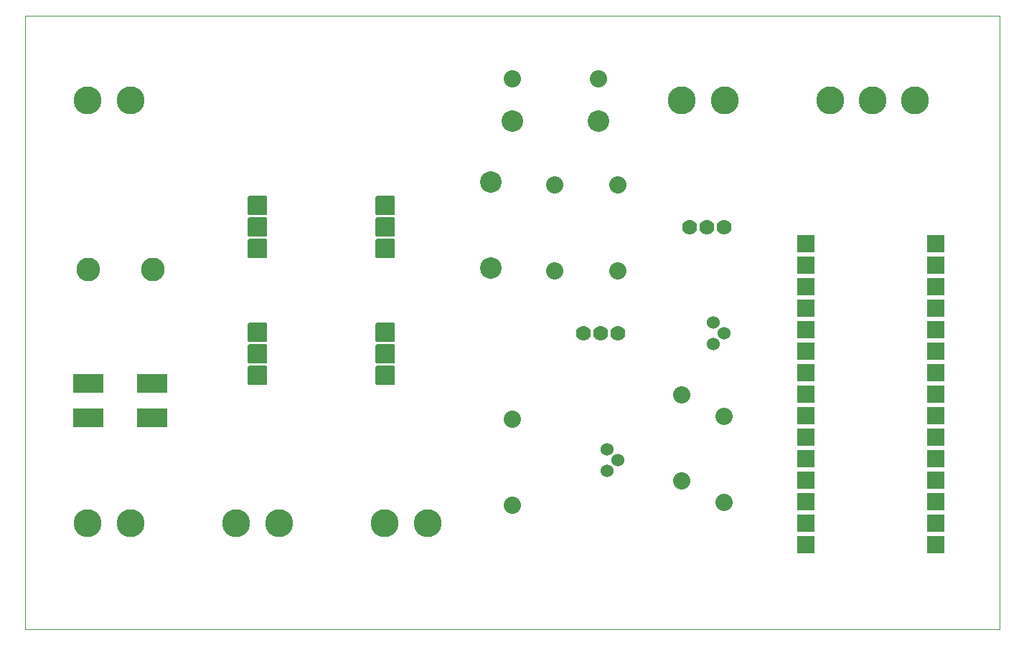
<source format=gbr>
G04 PROTEUS GERBER X2 FILE*
%TF.GenerationSoftware,Labcenter,Proteus,8.15-SP1-Build34318*%
%TF.CreationDate,2023-11-28T19:51:24+00:00*%
%TF.FileFunction,Soldermask,Top*%
%TF.FilePolarity,Negative*%
%TF.Part,Single*%
%TF.SameCoordinates,{4b54416f-b8ac-4c38-86d9-f2280a18938b}*%
%FSLAX45Y45*%
%MOMM*%
G01*
%TA.AperFunction,Material*%
%ADD23C,3.302000*%
%TA.AperFunction,Material*%
%ADD24C,2.032000*%
%TA.AperFunction,Material*%
%ADD25C,1.524000*%
%ADD26C,1.778000*%
%TA.AperFunction,Material*%
%ADD27C,2.540000*%
%AMPPAD020*
4,1,36,
1.143000,1.016000,
1.143000,-1.016000,
1.140470,-1.041970,
1.133200,-1.065980,
1.121650,-1.087580,
1.106290,-1.106290,
1.087570,-1.121650,
1.065980,-1.133200,
1.041970,-1.140470,
1.016000,-1.143000,
-1.016000,-1.143000,
-1.041970,-1.140470,
-1.065980,-1.133200,
-1.087570,-1.121650,
-1.106290,-1.106290,
-1.121650,-1.087580,
-1.133200,-1.065980,
-1.140470,-1.041970,
-1.143000,-1.016000,
-1.143000,1.016000,
-1.140470,1.041970,
-1.133200,1.065980,
-1.121650,1.087580,
-1.106290,1.106290,
-1.087570,1.121650,
-1.065980,1.133200,
-1.041970,1.140470,
-1.016000,1.143000,
1.016000,1.143000,
1.041970,1.140470,
1.065980,1.133200,
1.087570,1.121650,
1.106290,1.106290,
1.121650,1.087580,
1.133200,1.065980,
1.140470,1.041970,
1.143000,1.016000,
0*%
%TA.AperFunction,Material*%
%ADD28PPAD020*%
%AMPPAD021*
4,1,4,
-1.803400,-1.130300,
-1.803400,1.130300,
1.803400,1.130300,
1.803400,-1.130300,
-1.803400,-1.130300,
0*%
%TA.AperFunction,Material*%
%ADD29PPAD021*%
%AMPPAD022*
4,1,36,
-0.889000,1.016000,
0.889000,1.016000,
0.914970,1.013470,
0.938980,1.006200,
0.960580,0.994650,
0.979290,0.979290,
0.994650,0.960570,
1.006200,0.938980,
1.013470,0.914970,
1.016000,0.889000,
1.016000,-0.889000,
1.013470,-0.914970,
1.006200,-0.938980,
0.994650,-0.960570,
0.979290,-0.979290,
0.960580,-0.994650,
0.938980,-1.006200,
0.914970,-1.013470,
0.889000,-1.016000,
-0.889000,-1.016000,
-0.914970,-1.013470,
-0.938980,-1.006200,
-0.960580,-0.994650,
-0.979290,-0.979290,
-0.994650,-0.960570,
-1.006200,-0.938980,
-1.013470,-0.914970,
-1.016000,-0.889000,
-1.016000,0.889000,
-1.013470,0.914970,
-1.006200,0.938980,
-0.994650,0.960570,
-0.979290,0.979290,
-0.960580,0.994650,
-0.938980,1.006200,
-0.914970,1.013470,
-0.889000,1.016000,
0*%
%TA.AperFunction,Material*%
%ADD72PPAD022*%
%TA.AperFunction,Material*%
%ADD73C,2.794000*%
%TA.AperFunction,Profile*%
%ADD71C,0.101600*%
%TD.AperFunction*%
D23*
X+7250000Y+6500000D03*
X+6749620Y+6500000D03*
X+6249240Y+6500000D03*
D24*
X+5000000Y+1750000D03*
X+5000000Y+2766000D03*
X+4500000Y+2000000D03*
X+4500000Y+3016000D03*
D25*
X+4873000Y+3623000D03*
X+5000000Y+3750000D03*
X+4873000Y+3877000D03*
X+3623000Y+2123000D03*
X+3750000Y+2250000D03*
X+3623000Y+2377000D03*
D26*
X+4593600Y+5000000D03*
X+4796800Y+5000000D03*
X+5000000Y+5000000D03*
D23*
X+4500000Y+6500000D03*
X+5008000Y+6500000D03*
D24*
X+3750000Y+5500000D03*
X+3750000Y+4484000D03*
X+2500000Y+6750000D03*
X+3516000Y+6750000D03*
D27*
X+3516000Y+6250000D03*
X+2500000Y+6250000D03*
D26*
X+3750000Y+3750000D03*
X+3546800Y+3750000D03*
X+3343600Y+3750000D03*
D24*
X+2500000Y+2734000D03*
X+2500000Y+1718000D03*
X+3000000Y+5500000D03*
X+3000000Y+4484000D03*
D27*
X+2250000Y+5532000D03*
X+2250000Y+4516000D03*
D28*
X+1000000Y+5254000D03*
X+1000000Y+5000000D03*
X+1000000Y+4746000D03*
X+1000000Y+3754000D03*
X+1000000Y+3500000D03*
X+1000000Y+3246000D03*
X-500000Y+5250000D03*
X-500000Y+4996000D03*
X-500000Y+4742000D03*
X-500000Y+3754000D03*
X-500000Y+3500000D03*
X-500000Y+3246000D03*
D23*
X-250000Y+1500000D03*
X-758000Y+1500000D03*
X+1500000Y+1500000D03*
X+992000Y+1500000D03*
X-2000000Y+1500000D03*
X-2508000Y+1500000D03*
D29*
X-1750000Y+2750000D03*
X-1750000Y+3150000D03*
X-2500000Y+2750000D03*
X-2500000Y+3150000D03*
D72*
X+7500000Y+1500000D03*
X+5962500Y+4040000D03*
X+5962500Y+4294000D03*
X+7500000Y+3786000D03*
X+7500000Y+1754000D03*
X+7500000Y+4548000D03*
X+5962500Y+2262000D03*
X+5962500Y+2008000D03*
X+5962500Y+1754000D03*
X+5962500Y+1500000D03*
X+5962500Y+1246000D03*
X+7500000Y+1246000D03*
X+7500000Y+2008000D03*
X+7500000Y+2262000D03*
X+7500000Y+2516000D03*
X+7500000Y+2770000D03*
X+7500000Y+3024000D03*
X+7500000Y+3278000D03*
X+5962500Y+4548000D03*
X+5962500Y+4802000D03*
X+5962500Y+3786000D03*
X+5962500Y+3532000D03*
X+5962500Y+3278000D03*
X+5962500Y+3024000D03*
X+5962500Y+2770000D03*
X+5962500Y+2516000D03*
X+7500000Y+4294000D03*
X+7500000Y+3532000D03*
X+7500000Y+4040000D03*
X+7500000Y+4802000D03*
D73*
X-1738000Y+4500000D03*
X-2500000Y+4500000D03*
D23*
X-2508000Y+6500000D03*
X-2000000Y+6500000D03*
D71*
X-3250000Y+250000D02*
X+8250000Y+250000D01*
X+8250000Y+7500000D01*
X-3250000Y+7500000D01*
X-3250000Y+250000D01*
M02*

</source>
